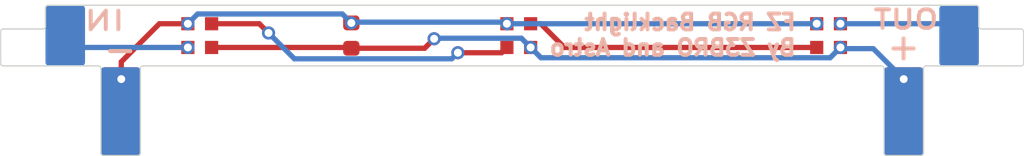
<source format=kicad_pcb>
(kicad_pcb (version 20221018) (generator pcbnew)
  (layers (0 "F.Cu" signal) (31 "B.Cu" signal) (34 "B.Paste" user) (35 "F.Paste" user) (36 "B.SilkS" user "B.Silkscreen") (37 "F.SilkS" user "F.Silkscreen") (38 "B.Mask" user) (39 "F.Mask" user) (44 "Edge.Cuts" user))
  (net 0 "")
  (net 1 "+5V")
  (net 2 "GND")
  (net 3 "unconnected-(D1-DOUT-Pad1)")
  (net 4 "D2-D3")
  (net 5 "D1-D2")
  (net 6 "unconnected-(D3-DIN-Pad3)")
  (footprint "Library:LED_SK6805_EC15_1.5x1.5mm" (layer "F.Cu") (at 157.2 51.2 -90)
    (fp_text reference "D1" hide)
    (fp_text value "SK6805" hide)
    (pad "1" smd rect (at -0.45 -0.45 270) (size 0.5 0.5) (layers "F.Cu" "F.Paste" "F.Mask") (net 5 "D1-D2"))
    (pad "2" smd rect (at -0.45 0.45 270) (size 0.5 0.5) (layers "F.Cu" "F.Paste" "F.Mask") (net 2 "GND"))
    (pad "3" smd rect (at 0.45 0.45 270) (size 0.5 0.5) (layers "F.Cu" "F.Paste" "F.Mask") (net 6 "unconnected-(D3-DIN-Pad3)"))
    (pad "4" smd rect (at 0.45 -0.45 270) (size 0.5 0.5) (layers "F.Cu" "F.Paste" "F.Mask") (net 1 "+5V"))
  )
  (footprint "Library:LED_SK6805_EC15_1.5x1.5mm" (layer "F.Cu") (at 169.3 51.2 -90)
    (fp_text reference "D2" hide)
    (fp_text value "SK6805" hide)
    (pad "1" smd rect (at -0.45 -0.45 270) (size 0.5 0.5) (layers "F.Cu" "F.Paste" "F.Mask") (net 4 "D2-D3"))
    (pad "2" smd rect (at -0.45 0.45 270) (size 0.5 0.5) (layers "F.Cu" "F.Paste" "F.Mask") (net 2 "GND"))
    (pad "3" smd rect (at 0.45 0.45 270) (size 0.5 0.5) (layers "F.Cu" "F.Paste" "F.Mask") (net 5 "D1-D2"))
    (pad "4" smd rect (at 0.45 -0.45 270) (size 0.5 0.5) (layers "F.Cu" "F.Paste" "F.Mask") (net 1 "+5V"))
  )
  (footprint "Capacitor_SMD:C_0402_1005Metric" (layer "F.Cu") (at 162.95 51.2 90)
    (fp_text reference "C1" hide)
    (fp_text value "C" hide)
    (pad "1" smd roundrect (at -0.48 0 90) (size 0.56 0.62) (layers "F.Cu" "F.Paste" "F.Mask") (net 1 "+5V"))
    (pad "2" smd roundrect (at 0.48 0 90) (size 0.56 0.62) (layers "F.Cu" "F.Paste" "F.Mask") (net 2 "GND"))
  )
  (footprint "Library:LED_SK6805_EC15_1.5x1.5mm" (layer "F.Cu") (at 181.05 51.2 -90)
    (fp_text reference "D3" hide)
    (fp_text value "SK6805" hide)
    (pad "1" smd rect (at -0.45 -0.45 270) (size 0.5 0.5) (layers "F.Cu" "F.Paste" "F.Mask") (net 3 "unconnected-(D1-DOUT-Pad1)"))
    (pad "2" smd rect (at -0.45 0.45 270) (size 0.5 0.5) (layers "F.Cu" "F.Paste" "F.Mask") (net 2 "GND"))
    (pad "3" smd rect (at 0.45 0.45 270) (size 0.5 0.5) (layers "F.Cu" "F.Paste" "F.Mask") (net 4 "D2-D3"))
    (pad "4" smd rect (at 0.45 -0.45 270) (size 0.5 0.5) (layers "F.Cu" "F.Paste" "F.Mask") (net 1 "+5V"))
  )
  (gr_line (start 188.45 52.25) (end 188.45 51.05) (stroke (width 0.05)) (layer "Edge.Cuts"))
  (gr_line (start 186.75 50.85) (end 186.75 50.15) (stroke (width 0.05)) (layer "Edge.Cuts"))
  (gr_arc (start 186.85 50.95) (mid 186.779289 50.920711) (end 186.75 50.85) (stroke (width 0.05)) (layer "Edge.Cuts"))
  (gr_arc (start 153.35 52.35) (mid 153.420711 52.379289) (end 153.45 52.45) (stroke (width 0.05)) (layer "Edge.Cuts"))
  (gr_line (start 153.55 55.75) (end 154.85 55.75) (stroke (width 0.05)) (layer "Edge.Cuts"))
  (gr_arc (start 151.35 50.15) (mid 151.379289 50.079289) (end 151.45 50.05) (stroke (width 0.05)) (layer "Edge.Cuts"))
  (gr_line (start 151.25 50.95) (end 149.75 50.95) (stroke (width 0.05)) (layer "Edge.Cuts"))
  (gr_line (start 184.75 52.35) (end 188.35 52.35) (stroke (width 0.05)) (layer "Edge.Cuts"))
  (gr_line (start 151.35 50.15) (end 151.35 50.85) (stroke (width 0.05)) (layer "Edge.Cuts"))
  (gr_arc (start 153.55 55.75) (mid 153.479289 55.720711) (end 153.45 55.65) (stroke (width 0.05)) (layer "Edge.Cuts"))
  (gr_line (start 149.65 51.05) (end 149.65 52.25) (stroke (width 0.05)) (layer "Edge.Cuts"))
  (gr_line (start 183.25 55.75) (end 184.55 55.75) (stroke (width 0.05)) (layer "Edge.Cuts"))
  (gr_arc (start 188.45 52.25) (mid 188.420711 52.320711) (end 188.35 52.35) (stroke (width 0.05)) (layer "Edge.Cuts"))
  (gr_line (start 186.65 50.05) (end 151.45 50.05) (stroke (width 0.05)) (layer "Edge.Cuts"))
  (gr_arc (start 184.65 52.45) (mid 184.679289 52.379289) (end 184.75 52.35) (stroke (width 0.05)) (layer "Edge.Cuts"))
  (gr_arc (start 183.25 55.75) (mid 183.179289 55.720711) (end 183.15 55.65) (stroke (width 0.05)) (layer "Edge.Cuts"))
  (gr_arc (start 186.65 50.05) (mid 186.720711 50.079289) (end 186.75 50.15) (stroke (width 0.05)) (layer "Edge.Cuts"))
  (gr_arc (start 184.65 55.65) (mid 184.620711 55.720711) (end 184.55 55.75) (stroke (width 0.05)) (layer "Edge.Cuts"))
  (gr_line (start 149.75 52.35) (end 153.35 52.35) (stroke (width 0.05)) (layer "Edge.Cuts"))
  (gr_arc (start 151.35 50.85) (mid 151.320711 50.920711) (end 151.25 50.95) (stroke (width 0.05)) (layer "Edge.Cuts"))
  (gr_line (start 153.45 52.45) (end 153.45 55.65) (stroke (width 0.05)) (layer "Edge.Cuts"))
  (gr_arc (start 149.75 52.35) (mid 149.679289 52.320711) (end 149.65 52.25) (stroke (width 0.05)) (layer "Edge.Cuts"))
  (gr_line (start 188.35 50.95) (end 186.85 50.95) (stroke (width 0.05)) (layer "Edge.Cuts"))
  (gr_line (start 183.15 52.45) (end 183.15 55.65) (stroke (width 0.05)) (layer "Edge.Cuts"))
  (gr_arc (start 149.65 51.05) (mid 149.679289 50.979289) (end 149.75 50.95) (stroke (width 0.05)) (layer "Edge.Cuts"))
  (gr_line (start 155.05 52.35) (end 183.05 52.35) (stroke (width 0.05)) (layer "Edge.Cuts"))
  (gr_arc (start 183.05 52.35) (mid 183.120711 52.379289) (end 183.15 52.45) (stroke (width 0.05)) (layer "Edge.Cuts"))
  (gr_line (start 154.95 55.65) (end 154.95 52.45) (stroke (width 0.05)) (layer "Edge.Cuts"))
  (gr_arc (start 188.35 50.95) (mid 188.420711 50.979289) (end 188.45 51.05) (stroke (width 0.05)) (layer "Edge.Cuts"))
  (gr_line (start 184.65 55.65) (end 184.65 52.45) (stroke (width 0.05)) (layer "Edge.Cuts"))
  (gr_arc (start 154.95 55.65) (mid 154.920711 55.720711) (end 154.85 55.75) (stroke (width 0.05)) (layer "Edge.Cuts"))
  (gr_arc (start 154.95 52.45) (mid 154.979289 52.379289) (end 155.05 52.35) (stroke (width 0.05)) (layer "Edge.Cuts"))
  (gr_text "FZ RGB Backlight\nBy Z3BRO and Astro" (at 179.88 52.01) (layer "B.SilkS") (effects (font (size 0.6 0.6)) (justify left bottom mirror)))
  (gr_text "-" (at 154.9 52.3) (layer "B.SilkS") (effects (font (size 1 1)) (justify left bottom mirror)))
  (gr_text "IN" (at 154.45 51.05) (layer "B.SilkS") (effects (font (size 0.7 1)) (justify left bottom mirror)))
  (gr_text "OUT" (at 185.3 51) (layer "B.SilkS") (effects (font (size 0.7 0.85)) (justify left bottom mirror)))
  (gr_text "+" (at 184.61 52.2) (layer "B.SilkS") (effects (font (size 1 1)) (justify left bottom mirror)))
  (gr_text "-" (at 154.9 52.3) (layer "F.SilkS") (effects (font (size 1 1)) (justify left bottom mirror)))
  (gr_text "+" (at 184.61 52.2) (layer "F.SilkS") (effects (font (size 1 1)) (justify left bottom mirror)))
  (segment (start 157.65 51.65) (end 162.92 51.65) (width 0.2) (layer "F.Cu") (net 1))
  (segment (start 169.78 51.62) (end 169.75 51.65) (width 0.2) (layer "F.Cu") (net 1))
  (segment (start 162.95 51.68) (end 165.73 51.68) (width 0.2) (layer "F.Cu") (net 1))
  (segment (start 162.92 51.65) (end 162.95 51.68) (width 0.2) (layer "F.Cu") (net 1))
  (segment (start 165.73 51.68) (end 166.09 51.32) (width 0.2) (layer "F.Cu") (net 1))
  (via (at 169.75 51.65) (size 0.5) (drill 0.3) (layers "F.Cu" "B.Cu") (net 1))
  (via (at 181.5 51.65) (size 0.5) (drill 0.3) (layers "F.Cu" "B.Cu") (net 1))
  (via (at 183.9 52.85) (size 0.5) (drill 0.3) (layers "F.Cu" "B.Cu") (net 1))
  (via (at 166.09 51.32) (size 0.5) (drill 0.3) (layers "F.Cu" "B.Cu") (net 1))
  (segment (start 166.09 51.32) (end 166.11 51.3) (width 0.2) (layer "B.Cu") (net 1))
  (segment (start 181.11 52.04) (end 170.14 52.04) (width 0.2) (layer "B.Cu") (net 1))
  (segment (start 170.14 52.04) (end 169.75 51.65) (width 0.2) (layer "B.Cu") (net 1))
  (segment (start 181.545 51.695) (end 182.745 51.695) (width 0.2) (layer "B.Cu") (net 1))
  (segment (start 181.5 51.65) (end 181.545 51.695) (width 0.2) (layer "B.Cu") (net 1))
  (segment (start 182.745 51.695) (end 183.9 52.85) (width 0.2) (layer "B.Cu") (net 1))
  (segment (start 166.11 51.3) (end 169.4 51.3) (width 0.2) (layer "B.Cu") (net 1))
  (segment (start 169.4 51.3) (end 169.75 51.65) (width 0.2) (layer "B.Cu") (net 1))
  (segment (start 181.5 51.65) (end 181.11 52.04) (width 0.2) (layer "B.Cu") (net 1))
  (segment (start 154.225 52.85) (end 154.225 52.195) (width 0.2) (layer "F.Cu") (net 2))
  (segment (start 154.225 52.195) (end 155.67 50.75) (width 0.2) (layer "F.Cu") (net 2))
  (segment (start 155.67 50.75) (end 156.75 50.75) (width 0.2) (layer "F.Cu") (net 2))
  (segment (start 154.21 52.85) (end 154.2 52.84) (width 0.25) (layer "F.Cu") (net 2))
  (segment (start 156.73 50.77) (end 156.75 50.75) (width 0.25) (layer "F.Cu") (net 2))
  (segment (start 162.9 50.67) (end 162.95 50.72) (width 0.2) (layer "F.Cu") (net 2))
  (segment (start 162.95 50.72) (end 163.11 50.56) (width 0.25) (layer "F.Cu") (net 2))
  (via (at 162.95 50.72) (size 0.5) (drill 0.3) (layers "F.Cu" "B.Cu") (net 2))
  (via (at 156.75 50.75) (size 0.5) (drill 0.3) (layers "F.Cu" "B.Cu") (net 2))
  (via (at 168.85 50.75) (size 0.5) (drill 0.3) (layers "F.Cu" "B.Cu") (net 2))
  (via (at 180.6 50.75) (size 0.5) (drill 0.3) (layers "F.Cu" "B.Cu") (net 2))
  (via (at 154.225 52.85) (size 0.5) (drill 0.3) (layers "F.Cu" "B.Cu") (net 2))
  (segment (start 162.98 50.69) (end 168.79 50.69) (width 0.2) (layer "B.Cu") (net 2))
  (segment (start 162.95 50.72) (end 162.98 50.69) (width 0.2) (layer "B.Cu") (net 2))
  (segment (start 168.85 50.75) (end 180.6 50.75) (width 0.2) (layer "B.Cu") (net 2))
  (segment (start 157.12 50.38) (end 162.61 50.38) (width 0.2) (layer "B.Cu") (net 2))
  (segment (start 180.6 50.75) (end 180.495 50.855) (width 0.25) (layer "B.Cu") (net 2))
  (segment (start 156.75 50.75) (end 157.12 50.38) (width 0.2) (layer "B.Cu") (net 2))
  (segment (start 162.61 50.38) (end 162.95 50.72) (width 0.2) (layer "B.Cu") (net 2))
  (segment (start 168.79 50.69) (end 168.85 50.75) (width 0.2) (layer "B.Cu") (net 2))
  (via (at 181.5 50.75) (size 0.5) (drill 0.3) (layers "F.Cu" "B.Cu") (net 3))
  (segment (start 185.47 50.75) (end 185.48 50.74) (width 0.2) (layer "B.Cu") (net 3))
  (segment (start 181.5 50.75) (end 185.47 50.75) (width 0.2) (layer "B.Cu") (net 3))
  (segment (start 170.13 50.75) (end 171.03 51.65) (width 0.2) (layer "F.Cu") (net 4))
  (segment (start 171.03 51.65) (end 180.6 51.65) (width 0.2) (layer "F.Cu") (net 4))
  (segment (start 169.75 50.75) (end 170.13 50.75) (width 0.2) (layer "F.Cu") (net 4))
  (segment (start 168.6505 51.8495) (end 168.85 51.65) (width 0.2) (layer "F.Cu") (net 5))
  (segment (start 166.99 51.8495) (end 168.6505 51.8495) (width 0.2) (layer "F.Cu") (net 5))
  (segment (start 159.81 51.1005) (end 159.4595 50.75) (width 0.2) (layer "F.Cu") (net 5))
  (segment (start 159.4595 50.75) (end 157.65 50.75) (width 0.2) (layer "F.Cu") (net 5))
  (via (at 166.99 51.8495) (size 0.5) (drill 0.3) (layers "F.Cu" "B.Cu") (net 5))
  (via (at 159.81 51.1005) (size 0.5) (drill 0.3) (layers "F.Cu" "B.Cu") (net 5))
  (segment (start 166.7595 52.08) (end 166.99 51.8495) (width 0.2) (layer "B.Cu") (net 5))
  (segment (start 160.7895 52.08) (end 166.7595 52.08) (width 0.2) (layer "B.Cu") (net 5))
  (segment (start 160.7895 52.08) (end 159.81 51.1005) (width 0.2) (layer "B.Cu") (net 5))
  (via (at 156.75 51.65) (size 0.5) (drill 0.3) (layers "F.Cu" "B.Cu") (net 6))
  (segment (start 156.75 51.65) (end 152.53 51.65) (width 0.2) (layer "B.Cu") (net 6))
  (zone (net 1) (net_name "+5V") (layers "F&B.Cu") (connect_pads (clearance 0.5)) (min_thickness 0.25) (fill yes (thermal_gap 0.5) (thermal_bridge_width 0.5))
    (polygon (pts (xy 183.15 52.4) (xy 184.65 52.4) (xy 184.65 55.75) (xy 183.15 55.75)))
  )
  (zone (net 2) (net_name "GND") (layers "F&B.Cu") (connect_pads (clearance 0.5)) (min_thickness 0.25) (fill yes (thermal_gap 0.5) (thermal_bridge_width 0.5))
    (polygon (pts (xy 153.45 52.4) (xy 154.95 52.4) (xy 154.95 55.75) (xy 153.45 55.75)))
  )
  (zone (net 3) (net_name "unconnected-(D1-DOUT-Pad1)") (layer "B.Cu") (priority 1) (connect_pads (clearance 0.5)) (min_thickness 0.25) (fill yes (thermal_gap 0.5) (thermal_bridge_width 0.5))
    (polygon (pts (xy 185.25 52.35) (xy 185.25 50.05) (xy 186.75 50.05) (xy 186.75 52.35)))
  )
  (zone (net 6) (net_name "unconnected-(D3-DIN-Pad3)") (layer "B.Cu") (priority 1) (connect_pads (clearance 0.5)) (min_thickness 0.25) (fill yes (thermal_gap 0.5) (thermal_bridge_width 0.5))
    (polygon (pts (xy 151.35 52.35) (xy 152.85 52.35) (xy 152.85 50.05) (xy 151.35 50.05)))
  )
)
</source>
